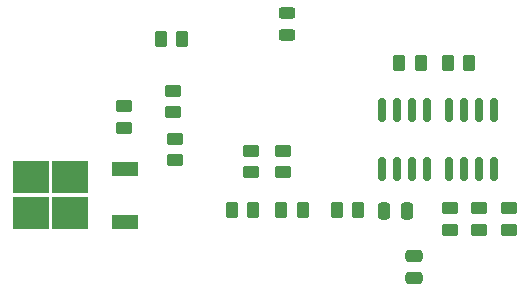
<source format=gbr>
%TF.GenerationSoftware,KiCad,Pcbnew,6.0.11-2627ca5db0~126~ubuntu22.04.1*%
%TF.CreationDate,2024-08-23T15:04:18+02:00*%
%TF.ProjectId,PowerMeTer,506f7765-724d-4655-9465-722e6b696361,rev?*%
%TF.SameCoordinates,Original*%
%TF.FileFunction,Paste,Top*%
%TF.FilePolarity,Positive*%
%FSLAX46Y46*%
G04 Gerber Fmt 4.6, Leading zero omitted, Abs format (unit mm)*
G04 Created by KiCad (PCBNEW 6.0.11-2627ca5db0~126~ubuntu22.04.1) date 2024-08-23 15:04:18*
%MOMM*%
%LPD*%
G01*
G04 APERTURE LIST*
G04 Aperture macros list*
%AMRoundRect*
0 Rectangle with rounded corners*
0 $1 Rounding radius*
0 $2 $3 $4 $5 $6 $7 $8 $9 X,Y pos of 4 corners*
0 Add a 4 corners polygon primitive as box body*
4,1,4,$2,$3,$4,$5,$6,$7,$8,$9,$2,$3,0*
0 Add four circle primitives for the rounded corners*
1,1,$1+$1,$2,$3*
1,1,$1+$1,$4,$5*
1,1,$1+$1,$6,$7*
1,1,$1+$1,$8,$9*
0 Add four rect primitives between the rounded corners*
20,1,$1+$1,$2,$3,$4,$5,0*
20,1,$1+$1,$4,$5,$6,$7,0*
20,1,$1+$1,$6,$7,$8,$9,0*
20,1,$1+$1,$8,$9,$2,$3,0*%
G04 Aperture macros list end*
%ADD10RoundRect,0.250000X0.262500X0.450000X-0.262500X0.450000X-0.262500X-0.450000X0.262500X-0.450000X0*%
%ADD11RoundRect,0.250000X-0.262500X-0.450000X0.262500X-0.450000X0.262500X0.450000X-0.262500X0.450000X0*%
%ADD12RoundRect,0.150000X0.150000X-0.825000X0.150000X0.825000X-0.150000X0.825000X-0.150000X-0.825000X0*%
%ADD13R,3.050000X2.750000*%
%ADD14R,2.200000X1.200000*%
%ADD15RoundRect,0.243750X0.456250X-0.243750X0.456250X0.243750X-0.456250X0.243750X-0.456250X-0.243750X0*%
%ADD16RoundRect,0.250000X-0.475000X0.250000X-0.475000X-0.250000X0.475000X-0.250000X0.475000X0.250000X0*%
%ADD17RoundRect,0.250000X-0.450000X0.262500X-0.450000X-0.262500X0.450000X-0.262500X0.450000X0.262500X0*%
%ADD18RoundRect,0.150000X-0.150000X0.825000X-0.150000X-0.825000X0.150000X-0.825000X0.150000X0.825000X0*%
%ADD19RoundRect,0.250000X0.450000X-0.262500X0.450000X0.262500X-0.450000X0.262500X-0.450000X-0.262500X0*%
%ADD20RoundRect,0.250000X-0.250000X-0.475000X0.250000X-0.475000X0.250000X0.475000X-0.250000X0.475000X0*%
G04 APERTURE END LIST*
D10*
%TO.C,R7*%
X115421500Y-45750000D03*
X113596500Y-45750000D03*
%TD*%
D11*
%TO.C,R2*%
X95308500Y-58166000D03*
X97133500Y-58166000D03*
%TD*%
D12*
%TO.C,U1*%
X108045000Y-54675000D03*
X109315000Y-54675000D03*
X110585000Y-54675000D03*
X111855000Y-54675000D03*
X111855000Y-49725000D03*
X110585000Y-49725000D03*
X109315000Y-49725000D03*
X108045000Y-49725000D03*
%TD*%
D11*
%TO.C,R1*%
X89297500Y-43690000D03*
X91122500Y-43690000D03*
%TD*%
D10*
%TO.C,R5*%
X106023500Y-58166000D03*
X104198500Y-58166000D03*
%TD*%
D13*
%TO.C,Q1*%
X78285000Y-58475000D03*
X78285000Y-55425000D03*
X81635000Y-58475000D03*
X81635000Y-55425000D03*
D14*
X86260000Y-59230000D03*
X86260000Y-54670000D03*
%TD*%
D15*
%TO.C,D1*%
X100000000Y-43355500D03*
X100000000Y-41480500D03*
%TD*%
D16*
%TO.C,C2*%
X110750000Y-62050000D03*
X110750000Y-63950000D03*
%TD*%
D17*
%TO.C,R13*%
X99640000Y-53157500D03*
X99640000Y-54982500D03*
%TD*%
D18*
%TO.C,U2*%
X117555000Y-49725000D03*
X116285000Y-49725000D03*
X115015000Y-49725000D03*
X113745000Y-49725000D03*
X113745000Y-54675000D03*
X115015000Y-54675000D03*
X116285000Y-54675000D03*
X117555000Y-54675000D03*
%TD*%
D19*
%TO.C,R6*%
X113790000Y-59852500D03*
X113790000Y-58027500D03*
%TD*%
D11*
%TO.C,R3*%
X109509000Y-45750000D03*
X111334000Y-45750000D03*
%TD*%
D10*
%TO.C,R4*%
X101324500Y-58166000D03*
X99499500Y-58166000D03*
%TD*%
D19*
%TO.C,R14*%
X96900000Y-54982500D03*
X96900000Y-53157500D03*
%TD*%
%TO.C,R8*%
X86160000Y-51202500D03*
X86160000Y-49377500D03*
%TD*%
D17*
%TO.C,R11*%
X90506000Y-52126500D03*
X90506000Y-53951500D03*
%TD*%
D20*
%TO.C,C1*%
X108225000Y-58293000D03*
X110125000Y-58293000D03*
%TD*%
D17*
%TO.C,R12*%
X90379000Y-48086000D03*
X90379000Y-49911000D03*
%TD*%
D19*
%TO.C,R10*%
X118827000Y-59840500D03*
X118827000Y-58015500D03*
%TD*%
%TO.C,R9*%
X116287000Y-59840500D03*
X116287000Y-58015500D03*
%TD*%
M02*

</source>
